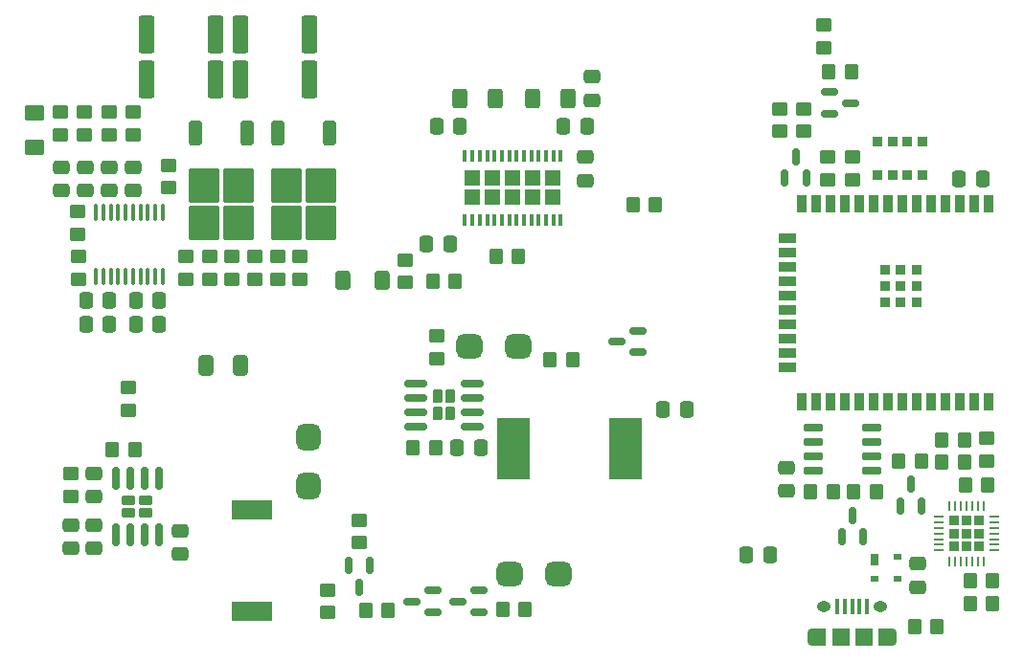
<source format=gbr>
%TF.GenerationSoftware,KiCad,Pcbnew,7.0.5-7.0.5~ubuntu22.04.1*%
%TF.CreationDate,2023-06-06T13:21:44+02:00*%
%TF.ProjectId,MR-SLDR-01,4d522d53-4c44-4522-9d30-312e6b696361,rev?*%
%TF.SameCoordinates,Original*%
%TF.FileFunction,Paste,Top*%
%TF.FilePolarity,Positive*%
%FSLAX46Y46*%
G04 Gerber Fmt 4.6, Leading zero omitted, Abs format (unit mm)*
G04 Created by KiCad (PCBNEW 7.0.5-7.0.5~ubuntu22.04.1) date 2023-06-06 13:21:44*
%MOMM*%
%LPD*%
G01*
G04 APERTURE LIST*
G04 Aperture macros list*
%AMRoundRect*
0 Rectangle with rounded corners*
0 $1 Rounding radius*
0 $2 $3 $4 $5 $6 $7 $8 $9 X,Y pos of 4 corners*
0 Add a 4 corners polygon primitive as box body*
4,1,4,$2,$3,$4,$5,$6,$7,$8,$9,$2,$3,0*
0 Add four circle primitives for the rounded corners*
1,1,$1+$1,$2,$3*
1,1,$1+$1,$4,$5*
1,1,$1+$1,$6,$7*
1,1,$1+$1,$8,$9*
0 Add four rect primitives between the rounded corners*
20,1,$1+$1,$2,$3,$4,$5,0*
20,1,$1+$1,$4,$5,$6,$7,0*
20,1,$1+$1,$6,$7,$8,$9,0*
20,1,$1+$1,$8,$9,$2,$3,0*%
G04 Aperture macros list end*
%ADD10RoundRect,0.250000X0.350000X0.450000X-0.350000X0.450000X-0.350000X-0.450000X0.350000X-0.450000X0*%
%ADD11RoundRect,0.250000X0.450000X-0.350000X0.450000X0.350000X-0.450000X0.350000X-0.450000X-0.350000X0*%
%ADD12RoundRect,0.250000X-0.350000X0.850000X-0.350000X-0.850000X0.350000X-0.850000X0.350000X0.850000X0*%
%ADD13RoundRect,0.250000X-1.125000X1.275000X-1.125000X-1.275000X1.125000X-1.275000X1.125000X1.275000X0*%
%ADD14RoundRect,0.250000X-0.400000X-0.600000X0.400000X-0.600000X0.400000X0.600000X-0.400000X0.600000X0*%
%ADD15RoundRect,0.249999X0.450001X1.425001X-0.450001X1.425001X-0.450001X-1.425001X0.450001X-1.425001X0*%
%ADD16R,0.900000X1.500000*%
%ADD17R,1.500000X0.900000*%
%ADD18R,0.900000X0.900000*%
%ADD19RoundRect,0.250000X-0.350000X-0.450000X0.350000X-0.450000X0.350000X0.450000X-0.350000X0.450000X0*%
%ADD20RoundRect,0.250000X-0.400000X-0.625000X0.400000X-0.625000X0.400000X0.625000X-0.400000X0.625000X0*%
%ADD21RoundRect,0.150000X-0.587500X-0.150000X0.587500X-0.150000X0.587500X0.150000X-0.587500X0.150000X0*%
%ADD22RoundRect,0.250000X-0.337500X-0.475000X0.337500X-0.475000X0.337500X0.475000X-0.337500X0.475000X0*%
%ADD23RoundRect,0.250000X0.475000X-0.337500X0.475000X0.337500X-0.475000X0.337500X-0.475000X-0.337500X0*%
%ADD24RoundRect,0.250000X0.412500X0.650000X-0.412500X0.650000X-0.412500X-0.650000X0.412500X-0.650000X0*%
%ADD25RoundRect,0.100000X0.100000X-0.637500X0.100000X0.637500X-0.100000X0.637500X-0.100000X-0.637500X0*%
%ADD26RoundRect,0.250000X-0.450000X0.350000X-0.450000X-0.350000X0.450000X-0.350000X0.450000X0.350000X0*%
%ADD27RoundRect,0.150000X0.725000X0.150000X-0.725000X0.150000X-0.725000X-0.150000X0.725000X-0.150000X0*%
%ADD28RoundRect,0.250000X-0.475000X0.337500X-0.475000X-0.337500X0.475000X-0.337500X0.475000X0.337500X0*%
%ADD29R,1.400000X1.400000*%
%ADD30R,0.400000X1.100000*%
%ADD31R,3.600000X1.700000*%
%ADD32R,2.900000X5.400000*%
%ADD33RoundRect,0.150000X0.150000X-0.587500X0.150000X0.587500X-0.150000X0.587500X-0.150000X-0.587500X0*%
%ADD34RoundRect,0.250000X0.337500X0.475000X-0.337500X0.475000X-0.337500X-0.475000X0.337500X-0.475000X0*%
%ADD35RoundRect,0.250001X0.624999X-0.462499X0.624999X0.462499X-0.624999X0.462499X-0.624999X-0.462499X0*%
%ADD36RoundRect,0.150000X0.587500X0.150000X-0.587500X0.150000X-0.587500X-0.150000X0.587500X-0.150000X0*%
%ADD37RoundRect,0.230000X0.375000X-0.230000X0.375000X0.230000X-0.375000X0.230000X-0.375000X-0.230000X0*%
%ADD38RoundRect,0.150000X0.150000X-0.825000X0.150000X0.825000X-0.150000X0.825000X-0.150000X-0.825000X0*%
%ADD39R,0.700000X1.000000*%
%ADD40R,0.700000X0.600000*%
%ADD41RoundRect,0.150000X-0.150000X0.587500X-0.150000X-0.587500X0.150000X-0.587500X0.150000X0.587500X0*%
%ADD42RoundRect,0.572400X-0.487600X0.572600X-0.487600X-0.572600X0.487600X-0.572600X0.487600X0.572600X0*%
%ADD43RoundRect,0.572400X0.572600X0.487600X-0.572600X0.487600X-0.572600X-0.487600X0.572600X-0.487600X0*%
%ADD44RoundRect,0.230000X0.230000X0.375000X-0.230000X0.375000X-0.230000X-0.375000X0.230000X-0.375000X0*%
%ADD45RoundRect,0.150000X0.825000X0.150000X-0.825000X0.150000X-0.825000X-0.150000X0.825000X-0.150000X0*%
%ADD46O,0.890000X1.550000*%
%ADD47O,1.250000X0.950000*%
%ADD48R,0.400000X1.350000*%
%ADD49R,1.200000X1.550000*%
%ADD50R,1.500000X1.550000*%
%ADD51RoundRect,0.250000X0.400000X0.625000X-0.400000X0.625000X-0.400000X-0.625000X0.400000X-0.625000X0*%
%ADD52RoundRect,0.572400X-0.572600X-0.487600X0.572600X-0.487600X0.572600X0.487600X-0.572600X0.487600X0*%
%ADD53RoundRect,0.225000X-0.225000X-0.225000X0.225000X-0.225000X0.225000X0.225000X-0.225000X0.225000X0*%
%ADD54RoundRect,0.062500X-0.337500X-0.062500X0.337500X-0.062500X0.337500X0.062500X-0.337500X0.062500X0*%
%ADD55RoundRect,0.062500X-0.062500X-0.337500X0.062500X-0.337500X0.062500X0.337500X-0.062500X0.337500X0*%
G04 APERTURE END LIST*
D10*
%TO.C,R20*%
X147400000Y-112200000D03*
X145400000Y-112200000D03*
%TD*%
D11*
%TO.C,R19*%
X108500000Y-92300000D03*
X108500000Y-90300000D03*
%TD*%
D12*
%TO.C,Q5*%
X118580000Y-92160000D03*
D13*
X117825000Y-96785000D03*
X114775000Y-96785000D03*
X117825000Y-100135000D03*
X114775000Y-100135000D03*
D12*
X114020000Y-92160000D03*
%TD*%
D14*
%TO.C,D5*%
X127050000Y-105200000D03*
X130550000Y-105200000D03*
%TD*%
D10*
%TO.C,R30*%
X182000000Y-119300000D03*
X180000000Y-119300000D03*
%TD*%
D15*
%TO.C,R17*%
X115850000Y-87400000D03*
X109750000Y-87400000D03*
%TD*%
D16*
%TO.C,U4*%
X184110000Y-98450000D03*
X182840000Y-98450000D03*
X181570000Y-98450000D03*
X180300000Y-98450000D03*
X179030000Y-98450000D03*
X177760000Y-98450000D03*
X176490000Y-98450000D03*
X175220000Y-98450000D03*
X173950000Y-98450000D03*
X172680000Y-98450000D03*
X171410000Y-98450000D03*
X170140000Y-98450000D03*
X168870000Y-98450000D03*
X167600000Y-98450000D03*
D17*
X166350000Y-101480000D03*
X166350000Y-102750000D03*
X166350000Y-104020000D03*
X166350000Y-105290000D03*
X166350000Y-106560000D03*
X166350000Y-107830000D03*
X166350000Y-109100000D03*
X166350000Y-110370000D03*
X166350000Y-111640000D03*
X166350000Y-112910000D03*
D16*
X167600000Y-115950000D03*
X168870000Y-115950000D03*
X170140000Y-115950000D03*
X171410000Y-115950000D03*
X172680000Y-115950000D03*
X173950000Y-115950000D03*
X175220000Y-115950000D03*
X176490000Y-115950000D03*
X177760000Y-115950000D03*
X179030000Y-115950000D03*
X180300000Y-115950000D03*
X181570000Y-115950000D03*
X182840000Y-115950000D03*
X184110000Y-115950000D03*
D18*
X177790000Y-104300000D03*
X176390000Y-104300000D03*
X174990000Y-104300000D03*
X177790000Y-105700000D03*
X176390000Y-105700000D03*
X174990000Y-105700000D03*
X177790000Y-107100000D03*
X176390000Y-107100000D03*
X174990000Y-107100000D03*
%TD*%
D19*
%TO.C,R38*%
X140600000Y-103100000D03*
X142600000Y-103100000D03*
%TD*%
D20*
%TO.C,R36*%
X143850000Y-89100000D03*
X146950000Y-89100000D03*
%TD*%
D11*
%TO.C,R6*%
X119300000Y-105100000D03*
X119300000Y-103100000D03*
%TD*%
D21*
%TO.C,Q8*%
X170062500Y-88550000D03*
X170062500Y-90450000D03*
X171937500Y-89500000D03*
%TD*%
D22*
%TO.C,C25*%
X135362500Y-91600000D03*
X137437500Y-91600000D03*
%TD*%
D11*
%TO.C,R14*%
X102100000Y-92300000D03*
X102100000Y-90300000D03*
%TD*%
D23*
%TO.C,C16*%
X105100000Y-124337500D03*
X105100000Y-122262500D03*
%TD*%
D11*
%TO.C,R41*%
X172100000Y-96300000D03*
X172100000Y-94300000D03*
%TD*%
D24*
%TO.C,C20*%
X118062500Y-112700000D03*
X114937500Y-112700000D03*
%TD*%
D10*
%TO.C,R35*%
X154700000Y-98500000D03*
X152700000Y-98500000D03*
%TD*%
D25*
%TO.C,U1*%
X105275000Y-104862500D03*
X105925000Y-104862500D03*
X106575000Y-104862500D03*
X107225000Y-104862500D03*
X107875000Y-104862500D03*
X108525000Y-104862500D03*
X109175000Y-104862500D03*
X109825000Y-104862500D03*
X110475000Y-104862500D03*
X111125000Y-104862500D03*
X111125000Y-99137500D03*
X110475000Y-99137500D03*
X109825000Y-99137500D03*
X109175000Y-99137500D03*
X108525000Y-99137500D03*
X107875000Y-99137500D03*
X107225000Y-99137500D03*
X106575000Y-99137500D03*
X105925000Y-99137500D03*
X105275000Y-99137500D03*
%TD*%
D22*
%TO.C,C2*%
X104362500Y-107000000D03*
X106437500Y-107000000D03*
%TD*%
D26*
%TO.C,R33*%
X184000000Y-119200000D03*
X184000000Y-121200000D03*
%TD*%
D27*
%TO.C,U7*%
X173775000Y-122005000D03*
X173775000Y-120735000D03*
X173775000Y-119465000D03*
X173775000Y-118195000D03*
X168625000Y-118195000D03*
X168625000Y-119465000D03*
X168625000Y-120735000D03*
X168625000Y-122005000D03*
%TD*%
D28*
%TO.C,C22*%
X177900000Y-130262500D03*
X177900000Y-132337500D03*
%TD*%
D19*
%TO.C,R29*%
X182500000Y-131800000D03*
X184500000Y-131800000D03*
%TD*%
D23*
%TO.C,C15*%
X105100000Y-128937500D03*
X105100000Y-126862500D03*
%TD*%
D12*
%TO.C,Q4*%
X125880000Y-92160000D03*
D13*
X125125000Y-96785000D03*
X122075000Y-96785000D03*
X125125000Y-100135000D03*
X122075000Y-100135000D03*
D12*
X121320000Y-92160000D03*
%TD*%
D11*
%TO.C,R9*%
X103600000Y-101100000D03*
X103600000Y-99100000D03*
%TD*%
%TO.C,R24*%
X103000000Y-124300000D03*
X103000000Y-122300000D03*
%TD*%
D22*
%TO.C,C3*%
X104362500Y-109100000D03*
X106437500Y-109100000D03*
%TD*%
D19*
%TO.C,R1*%
X141200000Y-134300000D03*
X143200000Y-134300000D03*
%TD*%
D29*
%TO.C,U6*%
X145660000Y-96150000D03*
X143880000Y-96150000D03*
X142100000Y-96150000D03*
X140320000Y-96150000D03*
X138540000Y-96150000D03*
X145660000Y-97850000D03*
X143880000Y-97850000D03*
X142100000Y-97850000D03*
X140320000Y-97850000D03*
X138540000Y-97850000D03*
D30*
X146325000Y-94150000D03*
X145675000Y-94150000D03*
X145025000Y-94150000D03*
X144375000Y-94150000D03*
X143725000Y-94150000D03*
X143075000Y-94150000D03*
X142425000Y-94150000D03*
X141775000Y-94150000D03*
X141125000Y-94150000D03*
X140475000Y-94150000D03*
X139825000Y-94150000D03*
X139175000Y-94150000D03*
X138525000Y-94150000D03*
X137875000Y-94150000D03*
X137875000Y-99850000D03*
X138525000Y-99850000D03*
X139175000Y-99850000D03*
X139825000Y-99850000D03*
X140475000Y-99850000D03*
X141125000Y-99850000D03*
X141775000Y-99850000D03*
X142425000Y-99850000D03*
X143075000Y-99850000D03*
X143725000Y-99850000D03*
X144375000Y-99850000D03*
X145025000Y-99850000D03*
X145675000Y-99850000D03*
X146325000Y-99850000D03*
%TD*%
D31*
%TO.C,L2*%
X119000000Y-134500000D03*
X119000000Y-125500000D03*
%TD*%
D19*
%TO.C,R28*%
X177600000Y-135800000D03*
X179600000Y-135800000D03*
%TD*%
D11*
%TO.C,R2*%
X117300000Y-105100000D03*
X117300000Y-103100000D03*
%TD*%
D10*
%TO.C,R47*%
X131100000Y-134400000D03*
X129100000Y-134400000D03*
%TD*%
D32*
%TO.C,L1*%
X142150000Y-120100000D03*
X152050000Y-120100000D03*
%TD*%
D33*
%TO.C,Q6*%
X171150000Y-127875000D03*
X173050000Y-127875000D03*
X172100000Y-126000000D03*
%TD*%
D11*
%TO.C,R21*%
X135400000Y-112100000D03*
X135400000Y-110100000D03*
%TD*%
%TO.C,R4*%
X121300000Y-105100000D03*
X121300000Y-103100000D03*
%TD*%
D18*
%TO.C,RN1*%
X178300000Y-92900000D03*
X176960000Y-92900000D03*
X175640000Y-92900000D03*
X174300000Y-92900000D03*
X174300000Y-95900000D03*
X175640000Y-95900000D03*
X176960000Y-95900000D03*
X178300000Y-95900000D03*
%TD*%
D26*
%TO.C,R7*%
X128500000Y-126400000D03*
X128500000Y-128400000D03*
%TD*%
D23*
%TO.C,C9*%
X104300000Y-97237500D03*
X104300000Y-95162500D03*
%TD*%
D10*
%TO.C,R40*%
X170400000Y-123900000D03*
X168400000Y-123900000D03*
%TD*%
D22*
%TO.C,C21*%
X181562500Y-96200000D03*
X183637500Y-96200000D03*
%TD*%
D34*
%TO.C,C13*%
X157437500Y-116600000D03*
X155362500Y-116600000D03*
%TD*%
D35*
%TO.C,F1*%
X99800000Y-93387500D03*
X99800000Y-90412500D03*
%TD*%
D19*
%TO.C,R27*%
X182500000Y-133800000D03*
X184500000Y-133800000D03*
%TD*%
%TO.C,R32*%
X176200000Y-121200000D03*
X178200000Y-121200000D03*
%TD*%
D36*
%TO.C,Q2*%
X135037500Y-134550000D03*
X135037500Y-132650000D03*
X133162500Y-133600000D03*
%TD*%
D37*
%TO.C,U3*%
X108150000Y-125795000D03*
X109650000Y-125795000D03*
X108150000Y-124655000D03*
X109650000Y-124655000D03*
D38*
X106995000Y-127700000D03*
X108265000Y-127700000D03*
X109535000Y-127700000D03*
X110805000Y-127700000D03*
X110805000Y-122750000D03*
X109535000Y-122750000D03*
X108265000Y-122750000D03*
X106995000Y-122750000D03*
%TD*%
D19*
%TO.C,R48*%
X135000000Y-105300000D03*
X137000000Y-105300000D03*
%TD*%
D36*
%TO.C,Q1*%
X139137500Y-134550000D03*
X139137500Y-132650000D03*
X137262500Y-133600000D03*
%TD*%
D11*
%TO.C,R10*%
X113200000Y-105100000D03*
X113200000Y-103100000D03*
%TD*%
%TO.C,R15*%
X104250001Y-92300000D03*
X104250001Y-90300000D03*
%TD*%
D39*
%TO.C,D4*%
X174100000Y-129900000D03*
D40*
X174100000Y-131600000D03*
X176100000Y-131600000D03*
X176100000Y-129700000D03*
%TD*%
D10*
%TO.C,R39*%
X174200000Y-123900000D03*
X172200000Y-123900000D03*
%TD*%
D41*
%TO.C,Q3*%
X129450000Y-130462500D03*
X127550000Y-130462500D03*
X128500000Y-132337500D03*
%TD*%
D34*
%TO.C,C4*%
X110837500Y-109100000D03*
X108762500Y-109100000D03*
%TD*%
D26*
%TO.C,R8*%
X123300000Y-103100000D03*
X123300000Y-105100000D03*
%TD*%
D10*
%TO.C,R12*%
X135300000Y-120000000D03*
X133300000Y-120000000D03*
%TD*%
D11*
%TO.C,R42*%
X169900000Y-96300000D03*
X169900000Y-94300000D03*
%TD*%
D36*
%TO.C,D6*%
X153175000Y-111550000D03*
X153175000Y-109650000D03*
X151300000Y-110600000D03*
%TD*%
D22*
%TO.C,C23*%
X134462500Y-102000000D03*
X136537500Y-102000000D03*
%TD*%
D34*
%TO.C,C5*%
X110837500Y-107000000D03*
X108762500Y-107000000D03*
%TD*%
D10*
%TO.C,R43*%
X172000000Y-86700000D03*
X170000000Y-86700000D03*
%TD*%
D23*
%TO.C,C8*%
X102200000Y-97237500D03*
X102200000Y-95162500D03*
%TD*%
D42*
%TO.C,D3*%
X124000000Y-123360000D03*
X124000000Y-119040000D03*
%TD*%
D43*
%TO.C,D2*%
X138280000Y-111000000D03*
X142600000Y-111000000D03*
%TD*%
D22*
%TO.C,C30*%
X162762500Y-129500000D03*
X164837500Y-129500000D03*
%TD*%
D11*
%TO.C,R16*%
X106400000Y-92300000D03*
X106400000Y-90300000D03*
%TD*%
D15*
%TO.C,R23*%
X124150000Y-83400000D03*
X118050000Y-83400000D03*
%TD*%
D23*
%TO.C,C12*%
X108500000Y-97237500D03*
X108500000Y-95162500D03*
%TD*%
D11*
%TO.C,R11*%
X103687501Y-105074999D03*
X103687501Y-103074999D03*
%TD*%
D15*
%TO.C,R22*%
X115850000Y-83400000D03*
X109750000Y-83400000D03*
%TD*%
D34*
%TO.C,C6*%
X139237500Y-120000000D03*
X137162500Y-120000000D03*
%TD*%
D26*
%TO.C,R49*%
X132600000Y-103400000D03*
X132600000Y-105400000D03*
%TD*%
%TO.C,R25*%
X108100000Y-114700000D03*
X108100000Y-116700000D03*
%TD*%
%TO.C,R13*%
X111700000Y-95000000D03*
X111700000Y-97000000D03*
%TD*%
D11*
%TO.C,R46*%
X165700000Y-92000000D03*
X165700000Y-90000000D03*
%TD*%
D44*
%TO.C,U2*%
X136570000Y-116950000D03*
X136570000Y-115450000D03*
X135430000Y-116950000D03*
X135430000Y-115450000D03*
D45*
X138475000Y-118105000D03*
X138475000Y-116835000D03*
X138475000Y-115565000D03*
X138475000Y-114295000D03*
X133525000Y-114295000D03*
X133525000Y-115565000D03*
X133525000Y-116835000D03*
X133525000Y-118105000D03*
%TD*%
D19*
%TO.C,R34*%
X180000000Y-121300000D03*
X182000000Y-121300000D03*
%TD*%
D46*
%TO.C,J3*%
X168600000Y-136800000D03*
D47*
X169600000Y-134100000D03*
X174600000Y-134100000D03*
D46*
X175600000Y-136800000D03*
D48*
X170800000Y-134100000D03*
X171450000Y-134100000D03*
X172100000Y-134100000D03*
X172750000Y-134100000D03*
X173400000Y-134100000D03*
D49*
X169200000Y-136800000D03*
D50*
X171100000Y-136800000D03*
X173100000Y-136800000D03*
D49*
X175000000Y-136800000D03*
%TD*%
D28*
%TO.C,C27*%
X149100000Y-87162500D03*
X149100000Y-89237500D03*
%TD*%
D33*
%TO.C,Q9*%
X166150000Y-96137500D03*
X168050000Y-96137500D03*
X167100000Y-94262500D03*
%TD*%
D23*
%TO.C,C28*%
X148475001Y-96362499D03*
X148475001Y-94287499D03*
%TD*%
%TO.C,C10*%
X106400000Y-97237500D03*
X106400000Y-95162500D03*
%TD*%
D28*
%TO.C,C17*%
X112700000Y-127362500D03*
X112700000Y-129437500D03*
%TD*%
D11*
%TO.C,R3*%
X125700000Y-134600000D03*
X125700000Y-132600000D03*
%TD*%
%TO.C,R45*%
X169600000Y-84600000D03*
X169600000Y-82600000D03*
%TD*%
D51*
%TO.C,R37*%
X140550000Y-89100000D03*
X137450000Y-89100000D03*
%TD*%
D26*
%TO.C,R44*%
X167800000Y-90000000D03*
X167800000Y-92000000D03*
%TD*%
D33*
%TO.C,Q7*%
X176350000Y-125137500D03*
X178250000Y-125137500D03*
X177300000Y-123262500D03*
%TD*%
D28*
%TO.C,C18*%
X103000000Y-126862500D03*
X103000000Y-128937500D03*
%TD*%
D23*
%TO.C,C29*%
X166300000Y-123837500D03*
X166300000Y-121762500D03*
%TD*%
D22*
%TO.C,C26*%
X146562500Y-91600000D03*
X148637500Y-91600000D03*
%TD*%
D26*
%TO.C,R5*%
X115300000Y-103100000D03*
X115300000Y-105100000D03*
%TD*%
D52*
%TO.C,D1*%
X146120001Y-131199999D03*
X141800001Y-131199999D03*
%TD*%
D53*
%TO.C,U5*%
X181080000Y-126480000D03*
X181080000Y-127600000D03*
X181080000Y-128720000D03*
X182200000Y-126480000D03*
X182200000Y-127600000D03*
X182200000Y-128720000D03*
X183320000Y-126480000D03*
X183320000Y-127600000D03*
X183320000Y-128720000D03*
D54*
X179750000Y-126100000D03*
X179750000Y-126600000D03*
X179750000Y-127100000D03*
X179750000Y-127600000D03*
X179750000Y-128100000D03*
X179750000Y-128600000D03*
X179750000Y-129100000D03*
D55*
X180700000Y-130050000D03*
X181200000Y-130050000D03*
X181700000Y-130050000D03*
X182200000Y-130050000D03*
X182700000Y-130050000D03*
X183200000Y-130050000D03*
X183700000Y-130050000D03*
D54*
X184650000Y-129100000D03*
X184650000Y-128600000D03*
X184650000Y-128100000D03*
X184650000Y-127600000D03*
X184650000Y-127100000D03*
X184650000Y-126600000D03*
X184650000Y-126100000D03*
D55*
X183700000Y-125150000D03*
X183200000Y-125150000D03*
X182700000Y-125150000D03*
X182200000Y-125150000D03*
X181700000Y-125150000D03*
X181200000Y-125150000D03*
X180700000Y-125150000D03*
%TD*%
D15*
%TO.C,R18*%
X124150000Y-87400000D03*
X118050000Y-87400000D03*
%TD*%
D10*
%TO.C,R26*%
X108700000Y-120200000D03*
X106700000Y-120200000D03*
%TD*%
%TO.C,R31*%
X184100000Y-123300000D03*
X182100000Y-123300000D03*
%TD*%
M02*

</source>
